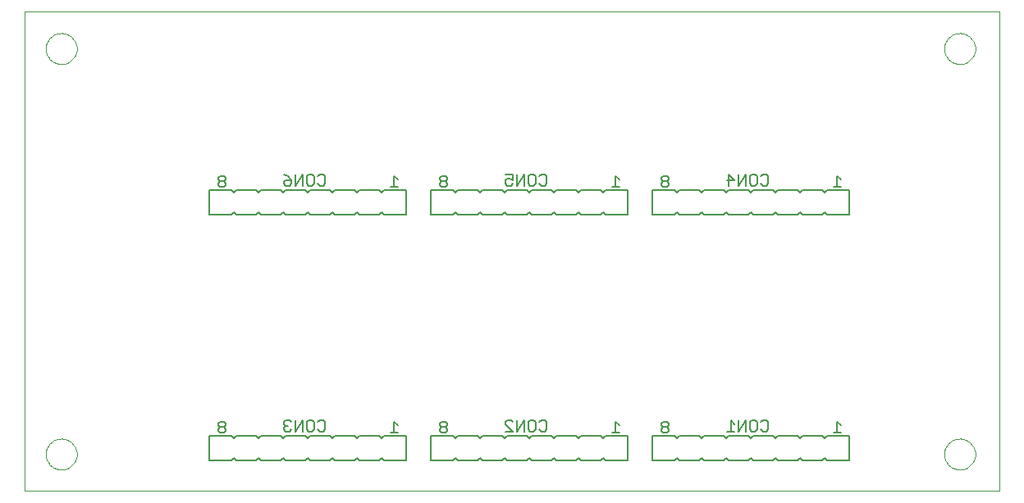
<source format=gbo>
G75*
%MOIN*%
%OFA0B0*%
%FSLAX24Y24*%
%IPPOS*%
%LPD*%
%AMOC8*
5,1,8,0,0,1.08239X$1,22.5*
%
%ADD10C,0.0000*%
%ADD11C,0.0060*%
%ADD12C,0.0050*%
D10*
X000150Y000150D02*
X000150Y019646D01*
X039770Y019646D01*
X039770Y000150D01*
X000150Y000150D01*
X001020Y001650D02*
X001022Y001700D01*
X001028Y001750D01*
X001038Y001799D01*
X001052Y001847D01*
X001069Y001894D01*
X001090Y001939D01*
X001115Y001983D01*
X001143Y002024D01*
X001175Y002063D01*
X001209Y002100D01*
X001246Y002134D01*
X001286Y002164D01*
X001328Y002191D01*
X001372Y002215D01*
X001418Y002236D01*
X001465Y002252D01*
X001513Y002265D01*
X001563Y002274D01*
X001612Y002279D01*
X001663Y002280D01*
X001713Y002277D01*
X001762Y002270D01*
X001811Y002259D01*
X001859Y002244D01*
X001905Y002226D01*
X001950Y002204D01*
X001993Y002178D01*
X002034Y002149D01*
X002073Y002117D01*
X002109Y002082D01*
X002141Y002044D01*
X002171Y002004D01*
X002198Y001961D01*
X002221Y001917D01*
X002240Y001871D01*
X002256Y001823D01*
X002268Y001774D01*
X002276Y001725D01*
X002280Y001675D01*
X002280Y001625D01*
X002276Y001575D01*
X002268Y001526D01*
X002256Y001477D01*
X002240Y001429D01*
X002221Y001383D01*
X002198Y001339D01*
X002171Y001296D01*
X002141Y001256D01*
X002109Y001218D01*
X002073Y001183D01*
X002034Y001151D01*
X001993Y001122D01*
X001950Y001096D01*
X001905Y001074D01*
X001859Y001056D01*
X001811Y001041D01*
X001762Y001030D01*
X001713Y001023D01*
X001663Y001020D01*
X001612Y001021D01*
X001563Y001026D01*
X001513Y001035D01*
X001465Y001048D01*
X001418Y001064D01*
X001372Y001085D01*
X001328Y001109D01*
X001286Y001136D01*
X001246Y001166D01*
X001209Y001200D01*
X001175Y001237D01*
X001143Y001276D01*
X001115Y001317D01*
X001090Y001361D01*
X001069Y001406D01*
X001052Y001453D01*
X001038Y001501D01*
X001028Y001550D01*
X001022Y001600D01*
X001020Y001650D01*
X001020Y018150D02*
X001022Y018200D01*
X001028Y018250D01*
X001038Y018299D01*
X001052Y018347D01*
X001069Y018394D01*
X001090Y018439D01*
X001115Y018483D01*
X001143Y018524D01*
X001175Y018563D01*
X001209Y018600D01*
X001246Y018634D01*
X001286Y018664D01*
X001328Y018691D01*
X001372Y018715D01*
X001418Y018736D01*
X001465Y018752D01*
X001513Y018765D01*
X001563Y018774D01*
X001612Y018779D01*
X001663Y018780D01*
X001713Y018777D01*
X001762Y018770D01*
X001811Y018759D01*
X001859Y018744D01*
X001905Y018726D01*
X001950Y018704D01*
X001993Y018678D01*
X002034Y018649D01*
X002073Y018617D01*
X002109Y018582D01*
X002141Y018544D01*
X002171Y018504D01*
X002198Y018461D01*
X002221Y018417D01*
X002240Y018371D01*
X002256Y018323D01*
X002268Y018274D01*
X002276Y018225D01*
X002280Y018175D01*
X002280Y018125D01*
X002276Y018075D01*
X002268Y018026D01*
X002256Y017977D01*
X002240Y017929D01*
X002221Y017883D01*
X002198Y017839D01*
X002171Y017796D01*
X002141Y017756D01*
X002109Y017718D01*
X002073Y017683D01*
X002034Y017651D01*
X001993Y017622D01*
X001950Y017596D01*
X001905Y017574D01*
X001859Y017556D01*
X001811Y017541D01*
X001762Y017530D01*
X001713Y017523D01*
X001663Y017520D01*
X001612Y017521D01*
X001563Y017526D01*
X001513Y017535D01*
X001465Y017548D01*
X001418Y017564D01*
X001372Y017585D01*
X001328Y017609D01*
X001286Y017636D01*
X001246Y017666D01*
X001209Y017700D01*
X001175Y017737D01*
X001143Y017776D01*
X001115Y017817D01*
X001090Y017861D01*
X001069Y017906D01*
X001052Y017953D01*
X001038Y018001D01*
X001028Y018050D01*
X001022Y018100D01*
X001020Y018150D01*
X037520Y018150D02*
X037522Y018200D01*
X037528Y018250D01*
X037538Y018299D01*
X037552Y018347D01*
X037569Y018394D01*
X037590Y018439D01*
X037615Y018483D01*
X037643Y018524D01*
X037675Y018563D01*
X037709Y018600D01*
X037746Y018634D01*
X037786Y018664D01*
X037828Y018691D01*
X037872Y018715D01*
X037918Y018736D01*
X037965Y018752D01*
X038013Y018765D01*
X038063Y018774D01*
X038112Y018779D01*
X038163Y018780D01*
X038213Y018777D01*
X038262Y018770D01*
X038311Y018759D01*
X038359Y018744D01*
X038405Y018726D01*
X038450Y018704D01*
X038493Y018678D01*
X038534Y018649D01*
X038573Y018617D01*
X038609Y018582D01*
X038641Y018544D01*
X038671Y018504D01*
X038698Y018461D01*
X038721Y018417D01*
X038740Y018371D01*
X038756Y018323D01*
X038768Y018274D01*
X038776Y018225D01*
X038780Y018175D01*
X038780Y018125D01*
X038776Y018075D01*
X038768Y018026D01*
X038756Y017977D01*
X038740Y017929D01*
X038721Y017883D01*
X038698Y017839D01*
X038671Y017796D01*
X038641Y017756D01*
X038609Y017718D01*
X038573Y017683D01*
X038534Y017651D01*
X038493Y017622D01*
X038450Y017596D01*
X038405Y017574D01*
X038359Y017556D01*
X038311Y017541D01*
X038262Y017530D01*
X038213Y017523D01*
X038163Y017520D01*
X038112Y017521D01*
X038063Y017526D01*
X038013Y017535D01*
X037965Y017548D01*
X037918Y017564D01*
X037872Y017585D01*
X037828Y017609D01*
X037786Y017636D01*
X037746Y017666D01*
X037709Y017700D01*
X037675Y017737D01*
X037643Y017776D01*
X037615Y017817D01*
X037590Y017861D01*
X037569Y017906D01*
X037552Y017953D01*
X037538Y018001D01*
X037528Y018050D01*
X037522Y018100D01*
X037520Y018150D01*
X037520Y001650D02*
X037522Y001700D01*
X037528Y001750D01*
X037538Y001799D01*
X037552Y001847D01*
X037569Y001894D01*
X037590Y001939D01*
X037615Y001983D01*
X037643Y002024D01*
X037675Y002063D01*
X037709Y002100D01*
X037746Y002134D01*
X037786Y002164D01*
X037828Y002191D01*
X037872Y002215D01*
X037918Y002236D01*
X037965Y002252D01*
X038013Y002265D01*
X038063Y002274D01*
X038112Y002279D01*
X038163Y002280D01*
X038213Y002277D01*
X038262Y002270D01*
X038311Y002259D01*
X038359Y002244D01*
X038405Y002226D01*
X038450Y002204D01*
X038493Y002178D01*
X038534Y002149D01*
X038573Y002117D01*
X038609Y002082D01*
X038641Y002044D01*
X038671Y002004D01*
X038698Y001961D01*
X038721Y001917D01*
X038740Y001871D01*
X038756Y001823D01*
X038768Y001774D01*
X038776Y001725D01*
X038780Y001675D01*
X038780Y001625D01*
X038776Y001575D01*
X038768Y001526D01*
X038756Y001477D01*
X038740Y001429D01*
X038721Y001383D01*
X038698Y001339D01*
X038671Y001296D01*
X038641Y001256D01*
X038609Y001218D01*
X038573Y001183D01*
X038534Y001151D01*
X038493Y001122D01*
X038450Y001096D01*
X038405Y001074D01*
X038359Y001056D01*
X038311Y001041D01*
X038262Y001030D01*
X038213Y001023D01*
X038163Y001020D01*
X038112Y001021D01*
X038063Y001026D01*
X038013Y001035D01*
X037965Y001048D01*
X037918Y001064D01*
X037872Y001085D01*
X037828Y001109D01*
X037786Y001136D01*
X037746Y001166D01*
X037709Y001200D01*
X037675Y001237D01*
X037643Y001276D01*
X037615Y001317D01*
X037590Y001361D01*
X037569Y001406D01*
X037552Y001453D01*
X037538Y001501D01*
X037528Y001550D01*
X037522Y001600D01*
X037520Y001650D01*
D11*
X033650Y001400D02*
X032750Y001400D01*
X032650Y001500D01*
X032550Y001400D01*
X031750Y001400D01*
X031650Y001500D01*
X031550Y001400D01*
X030750Y001400D01*
X030650Y001500D01*
X030550Y001400D01*
X029750Y001400D01*
X029650Y001500D01*
X029550Y001400D01*
X028750Y001400D01*
X028650Y001500D01*
X028550Y001400D01*
X027750Y001400D01*
X027650Y001500D01*
X027550Y001400D01*
X026750Y001400D01*
X026650Y001500D01*
X026550Y001400D01*
X025650Y001400D01*
X025650Y002400D01*
X026550Y002400D01*
X026650Y002300D01*
X026750Y002400D01*
X027550Y002400D01*
X027650Y002300D01*
X027750Y002400D01*
X028550Y002400D01*
X028650Y002300D01*
X028750Y002400D01*
X029550Y002400D01*
X029650Y002300D01*
X029750Y002400D01*
X030550Y002400D01*
X030650Y002300D01*
X030750Y002400D01*
X031550Y002400D01*
X031650Y002300D01*
X031750Y002400D01*
X032550Y002400D01*
X032650Y002300D01*
X032750Y002400D01*
X033650Y002400D01*
X033650Y001400D01*
X024650Y001400D02*
X023750Y001400D01*
X023650Y001500D01*
X023550Y001400D01*
X022750Y001400D01*
X022650Y001500D01*
X022550Y001400D01*
X021750Y001400D01*
X021650Y001500D01*
X021550Y001400D01*
X020750Y001400D01*
X020650Y001500D01*
X020550Y001400D01*
X019750Y001400D01*
X019650Y001500D01*
X019550Y001400D01*
X018750Y001400D01*
X018650Y001500D01*
X018550Y001400D01*
X017750Y001400D01*
X017650Y001500D01*
X017550Y001400D01*
X016650Y001400D01*
X016650Y002400D01*
X017550Y002400D01*
X017650Y002300D01*
X017750Y002400D01*
X018550Y002400D01*
X018650Y002300D01*
X018750Y002400D01*
X019550Y002400D01*
X019650Y002300D01*
X019750Y002400D01*
X020550Y002400D01*
X020650Y002300D01*
X020750Y002400D01*
X021550Y002400D01*
X021650Y002300D01*
X021750Y002400D01*
X022550Y002400D01*
X022650Y002300D01*
X022750Y002400D01*
X023550Y002400D01*
X023650Y002300D01*
X023750Y002400D01*
X024650Y002400D01*
X024650Y001400D01*
X015650Y001400D02*
X014750Y001400D01*
X014650Y001500D01*
X014550Y001400D01*
X013750Y001400D01*
X013650Y001500D01*
X013550Y001400D01*
X012750Y001400D01*
X012650Y001500D01*
X012550Y001400D01*
X011750Y001400D01*
X011650Y001500D01*
X011550Y001400D01*
X010750Y001400D01*
X010650Y001500D01*
X010550Y001400D01*
X009750Y001400D01*
X009650Y001500D01*
X009550Y001400D01*
X008750Y001400D01*
X008650Y001500D01*
X008550Y001400D01*
X007650Y001400D01*
X007650Y002400D01*
X008550Y002400D01*
X008650Y002300D01*
X008750Y002400D01*
X009550Y002400D01*
X009650Y002300D01*
X009750Y002400D01*
X010550Y002400D01*
X010650Y002300D01*
X010750Y002400D01*
X011550Y002400D01*
X011650Y002300D01*
X011750Y002400D01*
X012550Y002400D01*
X012650Y002300D01*
X012750Y002400D01*
X013550Y002400D01*
X013650Y002300D01*
X013750Y002400D01*
X014550Y002400D01*
X014650Y002300D01*
X014750Y002400D01*
X015650Y002400D01*
X015650Y001400D01*
X015650Y011400D02*
X014750Y011400D01*
X014650Y011500D01*
X014550Y011400D01*
X013750Y011400D01*
X013650Y011500D01*
X013550Y011400D01*
X012750Y011400D01*
X012650Y011500D01*
X012550Y011400D01*
X011750Y011400D01*
X011650Y011500D01*
X011550Y011400D01*
X010750Y011400D01*
X010650Y011500D01*
X010550Y011400D01*
X009750Y011400D01*
X009650Y011500D01*
X009550Y011400D01*
X008750Y011400D01*
X008650Y011500D01*
X008550Y011400D01*
X007650Y011400D01*
X007650Y012400D01*
X008550Y012400D01*
X008650Y012300D01*
X008750Y012400D01*
X009550Y012400D01*
X009650Y012300D01*
X009750Y012400D01*
X010550Y012400D01*
X010650Y012300D01*
X010750Y012400D01*
X011550Y012400D01*
X011650Y012300D01*
X011750Y012400D01*
X012550Y012400D01*
X012650Y012300D01*
X012750Y012400D01*
X013550Y012400D01*
X013650Y012300D01*
X013750Y012400D01*
X014550Y012400D01*
X014650Y012300D01*
X014750Y012400D01*
X015650Y012400D01*
X015650Y011400D01*
X016650Y011400D02*
X017550Y011400D01*
X017650Y011500D01*
X017750Y011400D01*
X018550Y011400D01*
X018650Y011500D01*
X018750Y011400D01*
X019550Y011400D01*
X019650Y011500D01*
X019750Y011400D01*
X020550Y011400D01*
X020650Y011500D01*
X020750Y011400D01*
X021550Y011400D01*
X021650Y011500D01*
X021750Y011400D01*
X022550Y011400D01*
X022650Y011500D01*
X022750Y011400D01*
X023550Y011400D01*
X023650Y011500D01*
X023750Y011400D01*
X024650Y011400D01*
X024650Y012400D01*
X023750Y012400D01*
X023650Y012300D01*
X023550Y012400D01*
X022750Y012400D01*
X022650Y012300D01*
X022550Y012400D01*
X021750Y012400D01*
X021650Y012300D01*
X021550Y012400D01*
X020750Y012400D01*
X020650Y012300D01*
X020550Y012400D01*
X019750Y012400D01*
X019650Y012300D01*
X019550Y012400D01*
X018750Y012400D01*
X018650Y012300D01*
X018550Y012400D01*
X017750Y012400D01*
X017650Y012300D01*
X017550Y012400D01*
X016650Y012400D01*
X016650Y011400D01*
X025650Y011400D02*
X026550Y011400D01*
X026650Y011500D01*
X026750Y011400D01*
X027550Y011400D01*
X027650Y011500D01*
X027750Y011400D01*
X028550Y011400D01*
X028650Y011500D01*
X028750Y011400D01*
X029550Y011400D01*
X029650Y011500D01*
X029750Y011400D01*
X030550Y011400D01*
X030650Y011500D01*
X030750Y011400D01*
X031550Y011400D01*
X031650Y011500D01*
X031750Y011400D01*
X032550Y011400D01*
X032650Y011500D01*
X032750Y011400D01*
X033650Y011400D01*
X033650Y012400D01*
X032750Y012400D01*
X032650Y012300D01*
X032550Y012400D01*
X031750Y012400D01*
X031650Y012300D01*
X031550Y012400D01*
X030750Y012400D01*
X030650Y012300D01*
X030550Y012400D01*
X029750Y012400D01*
X029650Y012300D01*
X029550Y012400D01*
X028750Y012400D01*
X028650Y012300D01*
X028550Y012400D01*
X027750Y012400D01*
X027650Y012300D01*
X027550Y012400D01*
X026750Y012400D01*
X026650Y012300D01*
X026550Y012400D01*
X025650Y012400D01*
X025650Y011400D01*
D12*
X026100Y012525D02*
X026250Y012525D01*
X026325Y012600D01*
X026325Y012675D01*
X026250Y012750D01*
X026100Y012750D01*
X026025Y012675D01*
X026025Y012600D01*
X026100Y012525D01*
X026100Y012750D02*
X026025Y012825D01*
X026025Y012900D01*
X026100Y012975D01*
X026250Y012975D01*
X026325Y012900D01*
X026325Y012825D01*
X026250Y012750D01*
X024325Y012825D02*
X024175Y012975D01*
X024175Y012525D01*
X024325Y012525D02*
X024025Y012525D01*
X021375Y012650D02*
X021300Y012575D01*
X021150Y012575D01*
X021075Y012650D01*
X020915Y012650D02*
X020840Y012575D01*
X020689Y012575D01*
X020614Y012650D01*
X020614Y012950D01*
X020689Y013025D01*
X020840Y013025D01*
X020915Y012950D01*
X020915Y012650D01*
X021375Y012650D02*
X021375Y012950D01*
X021300Y013025D01*
X021150Y013025D01*
X021075Y012950D01*
X020454Y013025D02*
X020154Y012575D01*
X020154Y013025D01*
X019994Y013025D02*
X019994Y012800D01*
X019844Y012875D01*
X019769Y012875D01*
X019694Y012800D01*
X019694Y012650D01*
X019769Y012575D01*
X019919Y012575D01*
X019994Y012650D01*
X020454Y012575D02*
X020454Y013025D01*
X019994Y013025D02*
X019694Y013025D01*
X017325Y012900D02*
X017325Y012825D01*
X017250Y012750D01*
X017100Y012750D01*
X017025Y012675D01*
X017025Y012600D01*
X017100Y012525D01*
X017250Y012525D01*
X017325Y012600D01*
X017325Y012675D01*
X017250Y012750D01*
X017100Y012750D02*
X017025Y012825D01*
X017025Y012900D01*
X017100Y012975D01*
X017250Y012975D01*
X017325Y012900D01*
X015325Y012825D02*
X015175Y012975D01*
X015175Y012525D01*
X015325Y012525D02*
X015025Y012525D01*
X012375Y012650D02*
X012300Y012575D01*
X012150Y012575D01*
X012075Y012650D01*
X011915Y012650D02*
X011840Y012575D01*
X011689Y012575D01*
X011614Y012650D01*
X011614Y012950D01*
X011689Y013025D01*
X011840Y013025D01*
X011915Y012950D01*
X011915Y012650D01*
X011454Y012575D02*
X011454Y013025D01*
X011154Y012575D01*
X011154Y013025D01*
X010994Y012800D02*
X010844Y012950D01*
X010694Y013025D01*
X010769Y012800D02*
X010694Y012725D01*
X010694Y012650D01*
X010769Y012575D01*
X010919Y012575D01*
X010994Y012650D01*
X010994Y012800D01*
X010769Y012800D01*
X012075Y012950D02*
X012150Y013025D01*
X012300Y013025D01*
X012375Y012950D01*
X012375Y012650D01*
X008325Y012600D02*
X008325Y012675D01*
X008250Y012750D01*
X008100Y012750D01*
X008025Y012675D01*
X008025Y012600D01*
X008100Y012525D01*
X008250Y012525D01*
X008325Y012600D01*
X008250Y012750D02*
X008325Y012825D01*
X008325Y012900D01*
X008250Y012975D01*
X008100Y012975D01*
X008025Y012900D01*
X008025Y012825D01*
X008100Y012750D01*
X008100Y002975D02*
X008025Y002900D01*
X008025Y002825D01*
X008100Y002750D01*
X008250Y002750D01*
X008325Y002825D01*
X008325Y002900D01*
X008250Y002975D01*
X008100Y002975D01*
X008100Y002750D02*
X008025Y002675D01*
X008025Y002600D01*
X008100Y002525D01*
X008250Y002525D01*
X008325Y002600D01*
X008325Y002675D01*
X008250Y002750D01*
X010694Y002725D02*
X010694Y002650D01*
X010769Y002575D01*
X010919Y002575D01*
X010994Y002650D01*
X011154Y002575D02*
X011154Y003025D01*
X010994Y002950D02*
X010919Y003025D01*
X010769Y003025D01*
X010694Y002950D01*
X010694Y002875D01*
X010769Y002800D01*
X010694Y002725D01*
X010769Y002800D02*
X010844Y002800D01*
X011154Y002575D02*
X011454Y003025D01*
X011454Y002575D01*
X011614Y002650D02*
X011614Y002950D01*
X011689Y003025D01*
X011840Y003025D01*
X011915Y002950D01*
X011915Y002650D01*
X011840Y002575D01*
X011689Y002575D01*
X011614Y002650D01*
X012075Y002650D02*
X012150Y002575D01*
X012300Y002575D01*
X012375Y002650D01*
X012375Y002950D01*
X012300Y003025D01*
X012150Y003025D01*
X012075Y002950D01*
X015025Y002525D02*
X015325Y002525D01*
X015175Y002525D02*
X015175Y002975D01*
X015325Y002825D01*
X017025Y002825D02*
X017100Y002750D01*
X017250Y002750D01*
X017325Y002825D01*
X017325Y002900D01*
X017250Y002975D01*
X017100Y002975D01*
X017025Y002900D01*
X017025Y002825D01*
X017100Y002750D02*
X017025Y002675D01*
X017025Y002600D01*
X017100Y002525D01*
X017250Y002525D01*
X017325Y002600D01*
X017325Y002675D01*
X017250Y002750D01*
X019694Y002875D02*
X019694Y002950D01*
X019769Y003025D01*
X019919Y003025D01*
X019994Y002950D01*
X020154Y003025D02*
X020154Y002575D01*
X020454Y003025D01*
X020454Y002575D01*
X020614Y002650D02*
X020614Y002950D01*
X020689Y003025D01*
X020840Y003025D01*
X020915Y002950D01*
X020915Y002650D01*
X020840Y002575D01*
X020689Y002575D01*
X020614Y002650D01*
X021075Y002650D02*
X021150Y002575D01*
X021300Y002575D01*
X021375Y002650D01*
X021375Y002950D01*
X021300Y003025D01*
X021150Y003025D01*
X021075Y002950D01*
X019994Y002575D02*
X019694Y002875D01*
X019694Y002575D02*
X019994Y002575D01*
X024025Y002525D02*
X024325Y002525D01*
X024175Y002525D02*
X024175Y002975D01*
X024325Y002825D01*
X026025Y002825D02*
X026100Y002750D01*
X026250Y002750D01*
X026325Y002825D01*
X026325Y002900D01*
X026250Y002975D01*
X026100Y002975D01*
X026025Y002900D01*
X026025Y002825D01*
X026100Y002750D02*
X026025Y002675D01*
X026025Y002600D01*
X026100Y002525D01*
X026250Y002525D01*
X026325Y002600D01*
X026325Y002675D01*
X026250Y002750D01*
X028694Y002575D02*
X028994Y002575D01*
X028844Y002575D02*
X028844Y003025D01*
X028994Y002875D01*
X029154Y003025D02*
X029154Y002575D01*
X029454Y003025D01*
X029454Y002575D01*
X029614Y002650D02*
X029614Y002950D01*
X029689Y003025D01*
X029840Y003025D01*
X029915Y002950D01*
X029915Y002650D01*
X029840Y002575D01*
X029689Y002575D01*
X029614Y002650D01*
X030075Y002650D02*
X030150Y002575D01*
X030300Y002575D01*
X030375Y002650D01*
X030375Y002950D01*
X030300Y003025D01*
X030150Y003025D01*
X030075Y002950D01*
X033025Y002525D02*
X033325Y002525D01*
X033175Y002525D02*
X033175Y002975D01*
X033325Y002825D01*
X033325Y012525D02*
X033025Y012525D01*
X033175Y012525D02*
X033175Y012975D01*
X033325Y012825D01*
X030375Y012950D02*
X030375Y012650D01*
X030300Y012575D01*
X030150Y012575D01*
X030075Y012650D01*
X029915Y012650D02*
X029840Y012575D01*
X029689Y012575D01*
X029614Y012650D01*
X029614Y012950D01*
X029689Y013025D01*
X029840Y013025D01*
X029915Y012950D01*
X029915Y012650D01*
X030075Y012950D02*
X030150Y013025D01*
X030300Y013025D01*
X030375Y012950D01*
X029454Y013025D02*
X029154Y012575D01*
X029154Y013025D01*
X028994Y012800D02*
X028694Y012800D01*
X028769Y012575D02*
X028769Y013025D01*
X028994Y012800D01*
X029454Y012575D02*
X029454Y013025D01*
M02*

</source>
